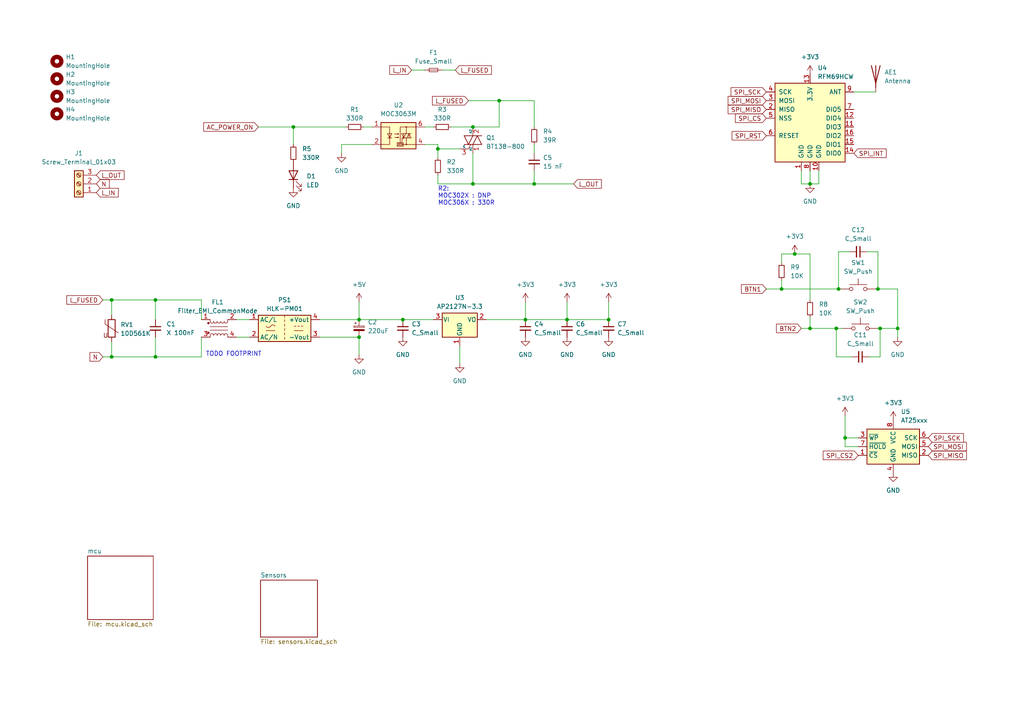
<source format=kicad_sch>
(kicad_sch (version 20230121) (generator eeschema)
  (paper "A4")
  (lib_symbols
    (symbol "Connector:Screw_Terminal_01x03" (pin_names (offset 1.016) hide)
      (property "Reference" "J" (at 0 5.08 0))
      (property "Value" "Screw_Terminal_01x03" (at 0 -5.08 0))
      (symbol "Screw_Terminal_01x03_1_1"
        (rectangle (start -1.27 3.81) (end 1.27 -3.81) (stroke (width 0.254)) (fill (type background)))
        (circle (center 0 -2.54) (radius 0.635) (stroke (width 0.1524)))
        (polyline (pts (xy -0.5334 -2.2098) (xy 0.3302 -3.048)) (stroke (width 0.1524)))
        (polyline (pts (xy -0.5334 0.3302) (xy 0.3302 -0.508)) (stroke (width 0.1524)))
        (polyline (pts (xy -0.5334 2.8702) (xy 0.3302 2.032)) (stroke (width 0.1524)))
        (polyline (pts (xy -0.3556 -2.032) (xy 0.508 -2.8702)) (stroke (width 0.1524)))
        (polyline (pts (xy -0.3556 0.508) (xy 0.508 -0.3302)) (stroke (width 0.1524)))
        (polyline (pts (xy -0.3556 3.048) (xy 0.508 2.2098)) (stroke (width 0.1524)))
        (circle (center 0 0) (radius 0.635) (stroke (width 0.1524)))
        (circle (center 0 2.54) (radius 0.635) (stroke (width 0.1524)))
        (pin passive line (at -5.08 2.54 0) (length 3.81) (name "Pin_1") (number "1"))
        (pin passive line (at -5.08 0 0) (length 3.81) (name "Pin_2") (number "2"))
        (pin passive line (at -5.08 -2.54 0) (length 3.81) (name "Pin_3") (number "3"))
      )
    )
    (symbol "Converter_ACDC:HLK-PM01"
      (property "Reference" "PS" (at 0 5.08 0))
      (property "Value" "HLK-PM01" (at 0 -5.08 0))
      (symbol "HLK-PM01_0_1"
        (rectangle (start -7.62 3.81) (end 7.62 -3.81) (stroke (width 0.254)) (fill (type background)))
        (arc (start -5.334 0.635) (mid -4.699 0.2495) (end -4.064 0.635))
        (arc (start -2.794 0.635) (mid -3.429 1.0072) (end -4.064 0.635))
        (polyline (pts (xy -5.334 -0.635) (xy -2.794 -0.635)))
        (polyline (pts (xy 0 -2.54) (xy 0 -3.175)))
        (polyline (pts (xy 0 -1.27) (xy 0 -1.905)))
        (polyline (pts (xy 0 0) (xy 0 -0.635)))
        (polyline (pts (xy 0 1.27) (xy 0 0.635)))
        (polyline (pts (xy 0 2.54) (xy 0 1.905)))
        (polyline (pts (xy 0 3.81) (xy 0 3.175)))
        (polyline (pts (xy 2.794 -0.635) (xy 5.334 -0.635)))
        (polyline (pts (xy 2.794 0.635) (xy 3.302 0.635)))
        (polyline (pts (xy 3.81 0.635) (xy 4.318 0.635)))
        (polyline (pts (xy 4.826 0.635) (xy 5.334 0.635)))
      )
      (symbol "HLK-PM01_1_1"
        (pin power_in line (at -10.16 2.54 0) (length 2.54) (name "AC/L") (number "1"))
        (pin power_in line (at -10.16 -2.54 0) (length 2.54) (name "AC/N") (number "2"))
        (pin power_out line (at 10.16 -2.54 180) (length 2.54) (name "-Vout") (number "3"))
        (pin power_out line (at 10.16 2.54 180) (length 2.54) (name "+Vout") (number "4"))
      )
    )
    (symbol "Device:Antenna" (pin_numbers hide) (pin_names (offset 1.016) hide)
      (property "Reference" "AE" (at -1.905 1.905 0))
      (property "Value" "Antenna" (at -1.905 0 0))
      (symbol "Antenna_0_1"
        (polyline (pts (xy 0 2.54) (xy 0 -3.81)) (stroke (width 0.254)))
        (polyline (pts (xy 1.27 2.54) (xy 0 -2.54) (xy -1.27 2.54)) (stroke (width 0.254)))
      )
      (symbol "Antenna_1_1"
        (pin input line (at 0 -5.08 90) (length 2.54) (name "A") (number "1"))
      )
    )
    (symbol "Device:C_Polarized_Small" (pin_numbers hide) (pin_names (offset 0.254) hide)
      (property "Reference" "C" (at 0.254 1.778 0))
      (property "Value" "C_Polarized_Small" (at 0.254 -2.032 0))
      (symbol "C_Polarized_Small_0_1"
        (rectangle (start -1.524 -0.3048) (end 1.524 -0.6858) (fill (type outline)))
        (rectangle (start -1.524 0.6858) (end 1.524 0.3048))
        (polyline (pts (xy -1.27 1.524) (xy -0.762 1.524)))
        (polyline (pts (xy -1.016 1.27) (xy -1.016 1.778)))
      )
      (symbol "C_Polarized_Small_1_1"
        (pin passive line (at 0 2.54 270) (length 1.8542) (name "~") (number "1"))
        (pin passive line (at 0 -2.54 90) (length 1.8542) (name "~") (number "2"))
      )
    )
    (symbol "Device:C_Small" (pin_numbers hide) (pin_names (offset 0.254) hide)
      (property "Reference" "C" (at 0.254 1.778 0))
      (property "Value" "C_Small" (at 0.254 -2.032 0))
      (symbol "C_Small_0_1"
        (polyline (pts (xy -1.524 -0.508) (xy 1.524 -0.508)) (stroke (width 0.3302)))
        (polyline (pts (xy -1.524 0.508) (xy 1.524 0.508)) (stroke (width 0.3048)))
      )
      (symbol "C_Small_1_1"
        (pin passive line (at 0 2.54 270) (length 2.032) (name "~") (number "1"))
        (pin passive line (at 0 -2.54 90) (length 2.032) (name "~") (number "2"))
      )
    )
    (symbol "Device:Filter_EMI_CommonMode" (pin_names (offset 0.254) hide)
      (property "Reference" "FL" (at 0 4.445 0))
      (property "Value" "Filter_EMI_CommonMode" (at 0 -4.445 0))
      (symbol "Filter_EMI_CommonMode_0_1"
        (circle (center -3.048 -1.27) (radius 0.254) (fill (type outline)))
        (circle (center -3.048 1.524) (radius 0.254) (fill (type outline)))
        (arc (start -2.54 2.032) (mid -2.032 1.5262) (end -1.524 2.032))
        (arc (start -1.524 -2.032) (mid -2.032 -1.5262) (end -2.54 -2.032))
        (arc (start -1.524 2.032) (mid -1.016 1.5262) (end -0.508 2.032))
        (arc (start -0.508 -2.032) (mid -1.016 -1.5262) (end -1.524 -2.032))
        (arc (start -0.508 2.032) (mid 0 1.5262) (end 0.508 2.032))
        (polyline (pts (xy -2.54 -2.032) (xy -2.54 -2.54)))
        (polyline (pts (xy -2.54 0.508) (xy 2.54 0.508)))
        (polyline (pts (xy -2.54 2.032) (xy -2.54 2.54)))
        (polyline (pts (xy 2.54 -2.032) (xy 2.54 -2.54)))
        (polyline (pts (xy 2.54 -0.508) (xy -2.54 -0.508)))
        (polyline (pts (xy 2.54 2.54) (xy 2.54 2.032)))
        (arc (start 0.508 -2.032) (mid 0 -1.5262) (end -0.508 -2.032))
        (arc (start 0.508 2.032) (mid 1.016 1.5262) (end 1.524 2.032))
        (arc (start 1.524 -2.032) (mid 1.016 -1.5262) (end 0.508 -2.032))
        (arc (start 1.524 2.032) (mid 2.032 1.5262) (end 2.54 2.032))
        (arc (start 2.54 -2.032) (mid 2.032 -1.5262) (end 1.524 -2.032))
      )
      (symbol "Filter_EMI_CommonMode_1_1"
        (pin passive line (at -5.08 2.54 0) (length 2.54) (name "1") (number "1"))
        (pin passive line (at 5.08 2.54 180) (length 2.54) (name "2") (number "2"))
        (pin passive line (at -5.08 -2.54 0) (length 2.54) (name "3") (number "3"))
        (pin passive line (at 5.08 -2.54 180) (length 2.54) (name "4") (number "4"))
      )
    )
    (symbol "Device:Fuse_Small" (pin_numbers hide) (pin_names (offset 0.254) hide)
      (property "Reference" "F" (at 0 -1.524 0))
      (property "Value" "Fuse_Small" (at 0 1.524 0))
      (symbol "Fuse_Small_0_1"
        (rectangle (start -1.27 0.508) (end 1.27 -0.508))
        (polyline (pts (xy -1.27 0) (xy 1.27 0)))
      )
      (symbol "Fuse_Small_1_1"
        (pin passive line (at -2.54 0 0) (length 1.27) (name "~") (number "1"))
        (pin passive line (at 2.54 0 180) (length 1.27) (name "~") (number "2"))
      )
    )
    (symbol "Device:LED" (pin_numbers hide) (pin_names (offset 1.016) hide)
      (property "Reference" "D" (at 0 2.54 0))
      (property "Value" "LED" (at 0 -2.54 0))
      (symbol "LED_0_1"
        (polyline (pts (xy -1.27 -1.27) (xy -1.27 1.27)) (stroke (width 0.254)))
        (polyline (pts (xy -1.27 0) (xy 1.27 0)))
        (polyline (pts (xy 1.27 -1.27) (xy 1.27 1.27) (xy -1.27 0) (xy 1.27 -1.27)) (stroke (width 0.254)))
        (polyline (pts (xy -3.048 -0.762) (xy -4.572 -2.286) (xy -3.81 -2.286) (xy -4.572 -2.286) (xy -4.572 -1.524)))
        (polyline (pts (xy -1.778 -0.762) (xy -3.302 -2.286) (xy -2.54 -2.286) (xy -3.302 -2.286) (xy -3.302 -1.524)))
      )
      (symbol "LED_1_1"
        (pin passive line (at -3.81 0 0) (length 2.54) (name "K") (number "1"))
        (pin passive line (at 3.81 0 180) (length 2.54) (name "A") (number "2"))
      )
    )
    (symbol "Device:R_Small" (pin_numbers hide) (pin_names (offset 0.254) hide)
      (property "Reference" "R" (at 0.762 0.508 0))
      (property "Value" "R_Small" (at 0.762 -1.016 0))
      (symbol "R_Small_0_1"
        (rectangle (start -0.762 1.778) (end 0.762 -1.778) (stroke (width 0.2032)))
      )
      (symbol "R_Small_1_1"
        (pin passive line (at 0 2.54 270) (length 0.762) (name "~") (number "1"))
        (pin passive line (at 0 -2.54 90) (length 0.762) (name "~") (number "2"))
      )
    )
    (symbol "Device:Varistor" (pin_numbers hide) (pin_names (offset 0))
      (property "Reference" "RV" (at 3.175 0 90))
      (property "Value" "Varistor" (at -3.175 0 90))
      (symbol "Varistor_0_0"
        (text "U" (at -1.778 -2.032 0) (effects (font (size 1.27 1.27))))
      )
      (symbol "Varistor_0_1"
        (rectangle (start -1.016 -2.54) (end 1.016 2.54) (stroke (width 0.254)))
        (polyline (pts (xy -1.905 2.54) (xy -1.905 1.27) (xy 1.905 -1.27)))
      )
      (symbol "Varistor_1_1"
        (pin passive line (at 0 3.81 270) (length 1.27) (name "~") (number "1"))
        (pin passive line (at 0 -3.81 90) (length 1.27) (name "~") (number "2"))
      )
    )
    (symbol "Mechanical:MountingHole" (pin_names (offset 1.016))
      (property "Reference" "H" (at 0 5.08 0))
      (property "Value" "MountingHole" (at 0 3.175 0))
      (symbol "MountingHole_0_1"
        (circle (center 0 0) (radius 1.27) (stroke (width 1.27)))
      )
    )
    (symbol "Memory_EEPROM:AT25xxx"
      (property "Reference" "U" (at -7.62 6.35 0))
      (property "Value" "AT25xxx" (at 2.54 -6.35 0))
      (symbol "AT25xxx_1_1"
        (rectangle (start -7.62 5.08) (end 7.62 -5.08) (stroke (width 0.254)) (fill (type background)))
        (pin input line (at -10.16 -2.54 0) (length 2.54) (name "~{CS}") (number "1"))
        (pin tri_state line (at 10.16 -2.54 180) (length 2.54) (name "MISO") (number "2"))
        (pin input line (at -10.16 2.54 0) (length 2.54) (name "~{WP}") (number "3"))
        (pin power_in line (at 0 -7.62 90) (length 2.54) (name "GND") (number "4"))
        (pin input line (at 10.16 0 180) (length 2.54) (name "MOSI") (number "5"))
        (pin input line (at 10.16 2.54 180) (length 2.54) (name "SCK") (number "6"))
        (pin input line (at -10.16 0 0) (length 2.54) (name "~{HOLD}") (number "7"))
        (pin power_in line (at 0 7.62 270) (length 2.54) (name "VCC") (number "8"))
      )
    )
    (symbol "RF_Module:RFM69HCW" (pin_names (offset 1.016))
      (property "Reference" "U" (at -10.414 11.684 0))
      (property "Value" "RFM69HCW" (at 1.524 11.43 0))
      (symbol "RFM69HCW_0_1"
        (rectangle (start -10.16 10.16) (end 10.16 -12.7) (stroke (width 0.254)) (fill (type background)))
      )
      (symbol "RFM69HCW_1_1"
        (pin power_in line (at -2.54 -15.24 90) (length 2.54) (name "GND") (number "1"))
        (pin power_in line (at 2.54 -15.24 90) (length 2.54) (name "GND") (number "10"))
        (pin bidirectional line (at 12.7 -2.54 180) (length 2.54) (name "DIO3") (number "11"))
        (pin bidirectional line (at 12.7 0 180) (length 2.54) (name "DIO4") (number "12"))
        (pin power_in line (at 0 12.7 270) (length 2.54) (name "3.3V") (number "13"))
        (pin bidirectional line (at 12.7 -10.16 180) (length 2.54) (name "DIO0") (number "14"))
        (pin bidirectional line (at 12.7 -7.62 180) (length 2.54) (name "DIO1") (number "15"))
        (pin bidirectional line (at 12.7 -5.08 180) (length 2.54) (name "DIO2") (number "16"))
        (pin output line (at -12.7 2.54 0) (length 2.54) (name "MISO") (number "2"))
        (pin input line (at -12.7 5.08 0) (length 2.54) (name "MOSI") (number "3"))
        (pin input line (at -12.7 7.62 0) (length 2.54) (name "SCK") (number "4"))
        (pin input line (at -12.7 0 0) (length 2.54) (name "NSS") (number "5"))
        (pin bidirectional line (at -12.7 -5.08 0) (length 2.54) (name "RESET") (number "6"))
        (pin bidirectional line (at 12.7 2.54 180) (length 2.54) (name "DIO5") (number "7"))
        (pin power_in line (at 0 -15.24 90) (length 2.54) (name "GND") (number "8"))
        (pin bidirectional line (at 12.7 7.62 180) (length 2.54) (name "ANT") (number "9"))
      )
    )
    (symbol "Regulator_Linear:AP2127N-3.3" (pin_names (offset 0.254))
      (property "Reference" "U" (at -3.81 3.175 0))
      (property "Value" "AP2127N-3.3" (at 0 3.175 0))
      (symbol "AP2127N-3.3_0_1"
        (rectangle (start -5.08 1.905) (end 5.08 -5.08) (stroke (width 0.254)) (fill (type background)))
      )
      (symbol "AP2127N-3.3_1_1"
        (pin power_in line (at 0 -7.62 90) (length 2.54) (name "GND") (number "1"))
        (pin power_out line (at 7.62 0 180) (length 2.54) (name "VO") (number "2"))
        (pin power_in line (at -7.62 0 0) (length 2.54) (name "VI") (number "3"))
      )
    )
    (symbol "Relay_SolidState:MOC3063M"
      (property "Reference" "U" (at -5.08 5.08 0))
      (property "Value" "MOC3063M" (at 0 5.08 0))
      (symbol "MOC3063M_0_0"
        (rectangle (start -0.381 -2.032) (end 1.397 -3.048))
        (polyline (pts (xy 2.286 -2.54) (xy 1.397 -2.54)))
        (polyline (pts (xy 1.524 -0.635) (xy 1.016 -1.016) (xy 1.016 -2.032)))
        (text "ZCD" (at 0.508 -2.54 0) (effects (font (size 0.508 0.508))))
      )
      (symbol "MOC3063M_0_1"
        (rectangle (start -5.08 3.81) (end 5.08 -3.81) (stroke (width 0.254)) (fill (type background)))
        (polyline (pts (xy -3.175 -0.635) (xy -1.905 -0.635)))
        (polyline (pts (xy 1.524 -0.635) (xy 1.524 0.635)))
        (polyline (pts (xy 3.048 0.635) (xy 3.048 -0.635)))
        (polyline (pts (xy 2.286 -0.635) (xy 2.286 -2.54) (xy 5.08 -2.54)))
        (polyline (pts (xy 2.286 0.635) (xy 2.286 2.54) (xy 5.08 2.54)))
        (polyline (pts (xy 2.286 2.54) (xy 0.508 2.54) (xy 0.508 -2.032)))
        (polyline (pts (xy -5.08 2.54) (xy -2.54 2.54) (xy -2.54 -2.54) (xy -5.08 -2.54)))
        (polyline (pts (xy -2.54 -0.635) (xy -3.175 0.635) (xy -1.905 0.635) (xy -2.54 -0.635)))
        (polyline (pts (xy 0.889 -0.635) (xy 3.683 -0.635) (xy 3.048 0.635) (xy 2.413 -0.635)))
        (polyline (pts (xy 3.683 0.635) (xy 0.889 0.635) (xy 1.524 -0.635) (xy 2.159 0.635)))
        (polyline (pts (xy -1.143 -0.508) (xy 0.127 -0.508) (xy -0.254 -0.635) (xy -0.254 -0.381) (xy 0.127 -0.508)))
        (polyline (pts (xy -1.143 0.508) (xy 0.127 0.508) (xy -0.254 0.381) (xy -0.254 0.635) (xy 0.127 0.508)))
        (circle (center 2.286 -2.54) (radius 0.127))
        (circle (center 2.286 2.54) (radius 0.127))
      )
      (symbol "MOC3063M_1_1"
        (pin passive line (at -7.62 2.54 0) (length 2.54) (name "~") (number "1"))
        (pin passive line (at -7.62 -2.54 0) (length 2.54) (name "~") (number "2"))
        (pin no_connect line (at -5.08 0 0) (length 2.54) hide (name "NC") (number "3"))
        (pin passive line (at 7.62 -2.54 180) (length 2.54) (name "~") (number "4"))
        (pin no_connect line (at 5.08 0 180) (length 2.54) hide (name "NC") (number "5"))
        (pin passive line (at 7.62 2.54 180) (length 2.54) (name "~") (number "6"))
      )
    )
    (symbol "Switch:SW_Push" (pin_numbers hide) (pin_names (offset 1.016) hide)
      (property "Reference" "SW" (at 1.27 2.54 0))
      (property "Value" "SW_Push" (at 0 -1.524 0))
      (symbol "SW_Push_0_1"
        (circle (center -2.032 0) (radius 0.508))
        (polyline (pts (xy 0 1.27) (xy 0 3.048)))
        (polyline (pts (xy 2.54 1.27) (xy -2.54 1.27)))
        (circle (center 2.032 0) (radius 0.508))
        (pin passive line (at -5.08 0 0) (length 2.54) (name "1") (number "1"))
        (pin passive line (at 5.08 0 180) (length 2.54) (name "2") (number "2"))
      )
    )
    (symbol "Triac_Thyristor:BT138-800" (pin_names (offset 0))
      (property "Reference" "Q" (at 5.08 1.905 0))
      (property "Value" "BT138-800" (at 5.08 0 0))
      (symbol "BT138-800_0_1"
        (polyline (pts (xy -2.54 -1.27) (xy 2.54 -1.27)) (stroke (width 0.2032)))
        (polyline (pts (xy -2.54 1.27) (xy 2.54 1.27)) (stroke (width 0.2032)))
        (polyline (pts (xy -1.27 -2.54) (xy -0.635 -1.27)))
        (polyline (pts (xy -2.54 1.27) (xy -1.27 -1.27) (xy 0 1.27)) (stroke (width 0.2032)))
        (polyline (pts (xy 0 -1.27) (xy 1.27 1.27) (xy 2.54 -1.27)) (stroke (width 0.2032)))
      )
      (symbol "BT138-800_1_1"
        (pin passive line (at 0 -3.81 90) (length 2.54) (name "A1") (number "1"))
        (pin passive line (at 0 3.81 270) (length 2.54) (name "A2") (number "2"))
        (pin input line (at -3.81 -2.54 0) (length 2.54) (name "G") (number "3"))
      )
    )
    (symbol "power:+3V3" (power) (pin_names (offset 0))
      (property "Value" "+3V3" (at 0 3.556 0))
      (symbol "+3V3_0_1"
        (polyline (pts (xy -0.762 1.27) (xy 0 2.54)))
        (polyline (pts (xy 0 0) (xy 0 2.54)))
        (polyline (pts (xy 0 2.54) (xy 0.762 1.27)))
      )
      (symbol "+3V3_1_1"
        (pin power_in line (at 0 0 90) (length 0) hide (name "+3V3") (number "1"))
      )
    )
    (symbol "power:+5V" (power) (pin_names (offset 0))
      (property "Value" "+5V" (at 0 3.556 0))
      (symbol "+5V_0_1"
        (polyline (pts (xy -0.762 1.27) (xy 0 2.54)))
        (polyline (pts (xy 0 0) (xy 0 2.54)))
        (polyline (pts (xy 0 2.54) (xy 0.762 1.27)))
      )
      (symbol "+5V_1_1"
        (pin power_in line (at 0 0 90) (length 0) hide (name "+5V") (number "1"))
      )
    )
    (symbol "power:GND" (power) (pin_names (offset 0))
      (property "Value" "GND" (at 0 -3.81 0))
      (symbol "GND_0_1"
        (polyline (pts (xy 0 0) (xy 0 -1.27) (xy 1.27 -1.27) (xy 0 -2.54) (xy -1.27 -1.27) (xy 0 -1.27)))
      )
      (symbol "GND_1_1"
        (pin power_in line (at 0 0 270) (length 0) hide (name "GND") (number "1"))
      )
    )
  )
  (junction (at 116.84 92.71))
  (junction (at 176.53 92.71))
  (junction (at 137.16 53.34))
  (junction (at 234.95 95.25))
  (junction (at 32.385 103.505))
  (junction (at 242.57 95.25))
  (junction (at 144.78 29.21))
  (junction (at 245.11 127))
  (junction (at 104.14 97.79))
  (junction (at 152.4 92.71))
  (junction (at 137.16 36.83))
  (junction (at 243.205 83.82))
  (junction (at 255.27 95.25))
  (junction (at 154.94 53.34))
  (junction (at 164.465 92.71))
  (junction (at 32.385 86.995))
  (junction (at 230.505 73.66))
  (junction (at 85.09 36.83))
  (junction (at 260.35 95.25))
  (junction (at 45.085 86.995))
  (junction (at 104.14 92.71))
  (junction (at 127 43.18))
  (junction (at 234.95 53.34))
  (junction (at 226.695 83.82))
  (junction (at 254.635 83.82))
  (junction (at 45.085 103.505))
  (wire (pts (xy 226.695 73.66) (xy 230.505 73.66)))
  (wire (pts (xy 133.35 100.33) (xy 133.35 105.41)))
  (wire (pts (xy 237.49 49.53) (xy 237.49 53.34)))
  (wire (pts (xy 232.41 53.34) (xy 232.41 49.53)))
  (wire (pts (xy 74.93 36.83) (xy 85.09 36.83)))
  (wire (pts (xy 105.41 36.83) (xy 107.95 36.83)))
  (wire (pts (xy 152.4 87.63) (xy 152.4 92.71)))
  (wire (pts (xy 32.385 86.995) (xy 32.385 91.44)))
  (wire (pts (xy 234.95 53.34) (xy 232.41 53.34)))
  (wire (pts (xy 154.94 36.83) (xy 154.94 29.21)))
  (wire (pts (xy 68.58 92.71) (xy 72.39 92.71)))
  (wire (pts (xy 135.89 29.21) (xy 144.78 29.21)))
  (wire (pts (xy 58.42 103.505) (xy 58.42 97.79)))
  (wire (pts (xy 32.385 99.06) (xy 32.385 103.505)))
  (wire (pts (xy 234.95 92.075) (xy 234.95 95.25)))
  (wire (pts (xy 230.505 73.66) (xy 234.95 73.66)))
  (wire (pts (xy 85.09 36.83) (xy 100.33 36.83)))
  (wire (pts (xy 154.94 29.21) (xy 144.78 29.21)))
  (wire (pts (xy 247.015 103.505) (xy 242.57 103.505)))
  (wire (pts (xy 154.94 53.34) (xy 166.37 53.34)))
  (wire (pts (xy 234.95 49.53) (xy 234.95 53.34)))
  (wire (pts (xy 99.06 41.91) (xy 99.06 44.45)))
  (wire (pts (xy 226.695 83.82) (xy 243.205 83.82)))
  (wire (pts (xy 260.35 95.25) (xy 260.35 97.79)))
  (wire (pts (xy 104.14 92.71) (xy 116.84 92.71)))
  (wire (pts (xy 58.42 92.71) (xy 58.42 86.995)))
  (wire (pts (xy 154.94 49.53) (xy 154.94 53.34)))
  (wire (pts (xy 104.14 97.79) (xy 104.14 102.87)))
  (wire (pts (xy 140.97 92.71) (xy 152.4 92.71)))
  (wire (pts (xy 242.57 103.505) (xy 242.57 95.25)))
  (wire (pts (xy 116.84 92.71) (xy 125.73 92.71)))
  (wire (pts (xy 127 43.18) (xy 133.35 43.18)))
  (wire (pts (xy 32.385 103.505) (xy 45.085 103.505)))
  (wire (pts (xy 107.95 41.91) (xy 99.06 41.91)))
  (wire (pts (xy 123.19 41.91) (xy 127 41.91)))
  (wire (pts (xy 137.16 36.83) (xy 144.78 36.83)))
  (wire (pts (xy 128.27 20.32) (xy 132.08 20.32)))
  (wire (pts (xy 92.71 92.71) (xy 104.14 92.71)))
  (wire (pts (xy 92.71 97.79) (xy 104.14 97.79)))
  (wire (pts (xy 254.635 95.25) (xy 255.27 95.25)))
  (wire (pts (xy 176.53 87.63) (xy 176.53 92.71)))
  (wire (pts (xy 254 83.82) (xy 254.635 83.82)))
  (wire (pts (xy 45.085 97.79) (xy 45.085 103.505)))
  (wire (pts (xy 222.25 83.82) (xy 226.695 83.82)))
  (wire (pts (xy 245.11 129.54) (xy 245.11 127)))
  (wire (pts (xy 245.11 120.65) (xy 245.11 127)))
  (wire (pts (xy 153.035 92.71) (xy 164.465 92.71)))
  (wire (pts (xy 260.35 83.82) (xy 260.35 95.25)))
  (wire (pts (xy 226.695 76.2) (xy 226.695 73.66)))
  (wire (pts (xy 232.41 95.25) (xy 234.95 95.25)))
  (wire (pts (xy 144.78 36.83) (xy 144.78 29.21)))
  (wire (pts (xy 247.65 26.67) (xy 254 26.67)))
  (wire (pts (xy 127 41.91) (xy 127 43.18)))
  (wire (pts (xy 123.19 36.83) (xy 125.73 36.83)))
  (wire (pts (xy 226.695 81.28) (xy 226.695 83.82)))
  (wire (pts (xy 45.085 86.995) (xy 58.42 86.995)))
  (wire (pts (xy 245.11 127) (xy 248.92 127)))
  (wire (pts (xy 85.09 36.83) (xy 85.09 41.91)))
  (wire (pts (xy 251.46 73.025) (xy 254.635 73.025)))
  (wire (pts (xy 164.465 92.71) (xy 176.53 92.71)))
  (wire (pts (xy 243.205 73.025) (xy 243.205 83.82)))
  (wire (pts (xy 127 53.34) (xy 137.16 53.34)))
  (wire (pts (xy 164.465 87.63) (xy 164.465 92.71)))
  (wire (pts (xy 234.95 95.25) (xy 242.57 95.25)))
  (wire (pts (xy 243.205 83.82) (xy 243.84 83.82)))
  (wire (pts (xy 68.58 97.79) (xy 72.39 97.79)))
  (wire (pts (xy 248.92 129.54) (xy 245.11 129.54)))
  (wire (pts (xy 104.14 87.63) (xy 104.14 92.71)))
  (wire (pts (xy 32.385 86.995) (xy 45.085 86.995)))
  (wire (pts (xy 137.16 53.34) (xy 154.94 53.34)))
  (wire (pts (xy 252.095 103.505) (xy 255.27 103.505)))
  (wire (pts (xy 119.38 20.32) (xy 123.19 20.32)))
  (wire (pts (xy 254.635 83.82) (xy 260.35 83.82)))
  (wire (pts (xy 29.845 86.995) (xy 32.385 86.995)))
  (wire (pts (xy 137.16 53.34) (xy 137.16 44.45)))
  (wire (pts (xy 254.635 73.025) (xy 254.635 83.82)))
  (wire (pts (xy 130.81 36.83) (xy 137.16 36.83)))
  (wire (pts (xy 234.95 73.66) (xy 234.95 86.995)))
  (wire (pts (xy 255.27 95.25) (xy 255.27 103.505)))
  (wire (pts (xy 255.27 95.25) (xy 260.35 95.25)))
  (wire (pts (xy 242.57 95.25) (xy 244.475 95.25)))
  (wire (pts (xy 29.845 103.505) (xy 32.385 103.505)))
  (wire (pts (xy 154.94 41.91) (xy 154.94 44.45)))
  (wire (pts (xy 127 43.18) (xy 127 45.72)))
  (wire (pts (xy 45.085 103.505) (xy 58.42 103.505)))
  (wire (pts (xy 237.49 53.34) (xy 234.95 53.34)))
  (wire (pts (xy 45.085 86.995) (xy 45.085 92.71)))
  (wire (pts (xy 127 50.8) (xy 127 53.34)))
  (wire (pts (xy 246.38 73.025) (xy 243.205 73.025)))
  (text "R2: \nMOC302X : DNP\nMOC306X : 330R" (at 127 59.69 0) (effects (font (size 1.27 1.27)) (justify left bottom)))
  (text "TODO FOOTPRINT\n" (at 59.69 103.505 0) (effects (font (size 1.27 1.27)) (justify left bottom)))
  (global_label "L_OUT" (shape input) (at 27.94 50.8 0) (property "Intersheetrefs" "${INTERSHEET_REFS}" (effects hide)))
  (global_label "SPI_MISO" (shape input) (at 269.24 132.08 0) (property "Intersheetrefs" "${INTERSHEET_REFS}" (effects hide)))
  (global_label "L_IN" (shape input) (at 119.38 20.32 180) (property "Intersheetrefs" "${INTERSHEET_REFS}" (effects hide)))
  (global_label "L_FUSED" (shape input) (at 29.845 86.995 180) (property "Intersheetrefs" "${INTERSHEET_REFS}" (effects hide)))
  (global_label "SPI_INT" (shape input) (at 247.65 44.45 0) (property "Intersheetrefs" "${INTERSHEET_REFS}" (effects hide)))
  (global_label "SPI_CS" (shape input) (at 222.25 34.29 180) (property "Intersheetrefs" "${INTERSHEET_REFS}" (effects hide)))
  (global_label "L_FUSED" (shape input) (at 132.08 20.32 0) (property "Intersheetrefs" "${INTERSHEET_REFS}" (effects hide)))
  (global_label "SPI_SCK" (shape input) (at 222.25 26.67 180) (property "Intersheetrefs" "${INTERSHEET_REFS}" (effects hide)))
  (global_label "SPI_CS2" (shape input) (at 248.92 132.08 180) (property "Intersheetrefs" "${INTERSHEET_REFS}" (effects hide)))
  (global_label "SPI_SCK" (shape input) (at 269.24 127 0) (property "Intersheetrefs" "${INTERSHEET_REFS}" (effects hide)))
  (global_label "SPI_RST" (shape input) (at 222.25 39.37 180) (property "Intersheetrefs" "${INTERSHEET_REFS}" (effects hide)))
  (global_label "AC_POWER_ON" (shape input) (at 74.93 36.83 180) (property "Intersheetrefs" "${INTERSHEET_REFS}" (effects hide)))
  (global_label "L_OUT" (shape input) (at 166.37 53.34 0) (property "Intersheetrefs" "${INTERSHEET_REFS}" (effects hide)))
  (global_label "SPI_MOSI" (shape input) (at 269.24 129.54 0) (property "Intersheetrefs" "${INTERSHEET_REFS}" (effects hide)))
  (global_label "L_IN" (shape input) (at 27.94 55.88 0) (property "Intersheetrefs" "${INTERSHEET_REFS}" (effects hide)))
  (global_label "BTN1" (shape input) (at 222.25 83.82 180) (property "Intersheetrefs" "${INTERSHEET_REFS}" (effects hide)))
  (global_label "SPI_MOSI" (shape input) (at 222.25 29.21 180) (property "Intersheetrefs" "${INTERSHEET_REFS}" (effects hide)))
  (global_label "N" (shape input) (at 29.845 103.505 180) (property "Intersheetrefs" "${INTERSHEET_REFS}" (effects hide)))
  (global_label "L_FUSED" (shape input) (at 135.89 29.21 180) (property "Intersheetrefs" "${INTERSHEET_REFS}" (effects hide)))
  (global_label "N" (shape input) (at 27.94 53.34 0) (property "Intersheetrefs" "${INTERSHEET_REFS}" (effects hide)))
  (global_label "BTN2" (shape input) (at 232.41 95.25 180) (property "Intersheetrefs" "${INTERSHEET_REFS}" (effects hide)))
  (global_label "SPI_MISO" (shape input) (at 222.25 31.75 180) (property "Intersheetrefs" "${INTERSHEET_REFS}" (effects hide)))
  (symbol (lib_id "Device:C_Small") (at 176.53 95.25 0) (unit 1)
    (property "Reference" "C7" (at 179.07 93.9863 0) (effects (justify left)))
    (property "Value" "C_Small" (at 179.07 96.5263 0) (effects (justify left)))
    (property "Footprint" "Capacitor_SMD:C_0805_2012Metric" (effects hide))
  )
  (symbol (lib_id "power:GND") (at 133.35 105.41 0) (unit 1)
    (property "Reference" "#PWR05" (effects hide))
    (property "Value" "GND" (at 133.35 110.49 0))
  )
  (symbol (lib_id "power:GND") (at 164.465 97.79 0) (unit 1)
    (property "Reference" "#PWR014" (effects hide))
    (property "Value" "GND" (at 164.465 102.87 0))
  )
  (symbol (lib_id "Switch:SW_Push") (at 249.555 95.25 0) (mirror y) (unit 1)
    (property "Reference" "SW2" (at 249.555 87.63 0))
    (property "Value" "SW_Push" (at 249.555 90.17 0))
    (property "Footprint" "AvS_Button:TS-1187" (effects hide))
  )
  (symbol (lib_id "Device:Varistor") (at 32.385 95.25 0) (unit 1)
    (property "Reference" "RV1" (at 34.925 94.1733 0) (effects (justify left)))
    (property "Value" "10D561K" (at 34.925 96.7133 0) (effects (justify left)))
    (property "Footprint" "Varistor:RV_Disc_D12mm_W4.6mm_P7.5mm" (effects hide))
    (property "Sim.Name" "kicad_builtin_varistor" (effects hide))
    (property "Sim.Device" "SUBCKT" (effects hide))
    (property "Sim.Pins" "1=A 2=B" (effects hide))
    (property "Sim.Params" "threshold=1k" (effects hide))
    (property "Sim.Library" "${KICAD7_SYMBOL_DIR}/Simulation_SPICE.sp" (effects hide))
  )
  (symbol (lib_id "Device:R_Small") (at 234.95 89.535 0) (unit 1)
    (property "Reference" "R8" (at 237.49 88.265 0) (effects (justify left)))
    (property "Value" "10K" (at 237.49 90.805 0) (effects (justify left)))
    (property "Footprint" "Resistor_SMD:R_0805_2012Metric" (effects hide))
  )
  (symbol (lib_id "power:+5V") (at 104.14 87.63 0) (unit 1)
    (property "Reference" "#PWR02" (effects hide))
    (property "Value" "+5V" (at 104.14 82.55 0))
  )
  (symbol (lib_id "Device:C_Small") (at 152.4 95.25 0) (unit 1)
    (property "Reference" "C4" (at 154.94 93.9863 0) (effects (justify left)))
    (property "Value" "C_Small" (at 154.94 96.5263 0) (effects (justify left)))
    (property "Footprint" "Capacitor_SMD:C_0805_2012Metric" (effects hide))
  )
  (symbol (lib_id "power:+3V3") (at 230.505 73.66 0) (unit 1)
    (property "Reference" "#PWR030" (effects hide))
    (property "Value" "+3V3" (at 230.505 68.58 0))
  )
  (symbol (lib_id "Device:R_Small") (at 154.94 39.37 180) (unit 1)
    (property "Reference" "R4" (at 157.48 38.1 0) (effects (justify right)))
    (property "Value" "39R" (at 157.48 40.64 0) (effects (justify right)))
    (property "Footprint" "Resistor_THT:R_Axial_DIN0207_L6.3mm_D2.5mm_P10.16mm_Horizontal" (effects hide))
  )
  (symbol (lib_id "power:GND") (at 234.95 53.34 0) (unit 1)
    (property "Reference" "#PWR011" (effects hide))
    (property "Value" "GND" (at 234.95 58.42 0))
  )
  (symbol (lib_id "Device:LED") (at 85.09 50.8 90) (unit 1)
    (property "Reference" "D1" (at 88.9 51.1175 90) (effects (justify right)))
    (property "Value" "LED" (at 88.9 53.6575 90) (effects (justify right)))
    (property "Footprint" "LED_SMD:LED_0805_2012Metric" (effects hide))
  )
  (symbol (lib_id "power:GND") (at 104.14 102.87 0) (unit 1)
    (property "Reference" "#PWR03" (effects hide))
    (property "Value" "GND" (at 104.14 107.95 0))
  )
  (symbol (lib_id "power:GND") (at 99.06 44.45 0) (unit 1)
    (property "Reference" "#PWR01" (effects hide))
    (property "Value" "GND" (at 99.06 49.53 0))
  )
  (symbol (lib_id "Device:C_Small") (at 45.085 95.25 0) (unit 1)
    (property "Reference" "C1" (at 48.26 93.9863 0) (effects (justify left)))
    (property "Value" "X 100nF" (at 48.26 96.5263 0) (effects (justify left)))
    (property "Footprint" "Capacitor_THT:C_Rect_L13.0mm_W6.0mm_P10.00mm_FKS3_FKP3_MKS4" (effects hide))
  )
  (symbol (lib_id "Device:Antenna") (at 254 21.59 0) (unit 1)
    (property "Reference" "AE1" (at 256.54 20.955 0) (effects (justify left)))
    (property "Value" "Antenna" (at 256.54 23.495 0) (effects (justify left)))
    (property "Footprint" "TestPoint:TestPoint_THTPad_D2.0mm_Drill1.0mm" (effects hide))
  )
  (symbol (lib_id "Converter_ACDC:HLK-PM01") (at 82.55 95.25 0) (unit 1)
    (property "Reference" "PS1" (at 82.55 86.995 0))
    (property "Value" "HLK-PM01" (at 82.55 89.535 0))
    (property "Footprint" "AvS_ACDC:Converter_ACDC_CombinedFootprint" (effects hide))
    (property "Datasheet" "http://www.hlktech.net/product_detail.php?ProId=54" (effects hide))
  )
  (symbol (lib_id "power:GND") (at 152.4 97.79 0) (unit 1)
    (property "Reference" "#PWR07" (effects hide))
    (property "Value" "GND" (at 152.4 102.87 0))
  )
  (symbol (lib_id "power:GND") (at 176.53 97.79 0) (unit 1)
    (property "Reference" "#PWR016" (effects hide))
    (property "Value" "GND" (at 176.53 102.87 0))
  )
  (symbol (lib_id "RF_Module:RFM69HCW") (at 234.95 34.29 0) (unit 1)
    (property "Reference" "U4" (at 237.1441 19.685 0) (effects (justify left)))
    (property "Value" "RFM69HCW" (at 237.1441 22.225 0) (effects (justify left)))
    (property "Footprint" "RF_Module:HOPERF_RFM9XW_SMD" (effects hide))
    (property "Datasheet" "https://www.hoperf.com/data/upload/portal/20181127/5bfcb8284d838.pdf" (effects hide))
  )
  (symbol (lib_id "power:+3V3") (at 176.53 87.63 0) (unit 1)
    (property "Reference" "#PWR015" (effects hide))
    (property "Value" "+3V3" (at 176.53 82.55 0))
  )
  (symbol (lib_id "Device:R_Small") (at 102.87 36.83 90) (unit 1)
    (property "Reference" "R1" (at 102.87 31.75 90))
    (property "Value" "330R" (at 102.87 34.29 90))
    (property "Footprint" "Resistor_SMD:R_0805_2012Metric" (effects hide))
  )
  (symbol (lib_id "Connector:Screw_Terminal_01x03") (at 22.86 53.34 180) (unit 1)
    (property "Reference" "J1" (at 22.86 44.45 0))
    (property "Value" "Screw_Terminal_01x03" (at 22.86 46.99 0))
    (property "Footprint" "TerminalBlock:TerminalBlock_bornier-3_P5.08mm" (effects hide))
  )
  (symbol (lib_id "Device:R_Small") (at 226.695 78.74 0) (unit 1)
    (property "Reference" "R9" (at 229.235 77.47 0) (effects (justify left)))
    (property "Value" "10K" (at 229.235 80.01 0) (effects (justify left)))
    (property "Footprint" "Resistor_SMD:R_0805_2012Metric" (effects hide))
  )
  (symbol (lib_id "Relay_SolidState:MOC3063M") (at 115.57 39.37 0) (unit 1)
    (property "Reference" "U2" (at 115.57 30.48 0))
    (property "Value" "MOC3063M" (at 115.57 33.02 0))
    (property "Footprint" "Package_DIP:DIP-6_W7.62mm_Socket" (effects hide))
    (property "Datasheet" "https://www.onsemi.com/pub/Collateral/MOC3163M-D.pdf" (effects hide))
  )
  (symbol (lib_id "Device:R_Small") (at 85.09 44.45 180) (unit 1)
    (property "Reference" "R5" (at 87.63 43.18 0) (effects (justify right)))
    (property "Value" "330R" (at 87.63 45.72 0) (effects (justify right)))
    (property "Footprint" "Resistor_SMD:R_0805_2012Metric" (effects hide))
  )
  (symbol (lib_id "Triac_Thyristor:BT138-800") (at 137.16 40.64 0) (unit 1)
    (property "Reference" "Q1" (at 140.97 39.9542 0) (effects (justify left)))
    (property "Value" "BT138-800" (at 140.97 42.4942 0) (effects (justify left)))
    (property "Footprint" "Package_TO_SOT_THT:TO-220-3_Vertical" (effects hide))
    (property "Datasheet" "https://assets.nexperia.com/documents/data-sheet/BT138_SER_D_E.pdf" (effects hide))
  )
  (symbol (lib_id "Device:R_Small") (at 127 48.26 0) (unit 1)
    (property "Reference" "R2" (at 129.54 46.99 0) (effects (justify left)))
    (property "Value" "330R" (at 129.54 49.53 0) (effects (justify left)))
    (property "Footprint" "Resistor_THT:R_Axial_DIN0207_L6.3mm_D2.5mm_P10.16mm_Horizontal" (effects hide))
  )
  (symbol (lib_id "Memory_EEPROM:AT25xxx") (at 259.08 129.54 0) (unit 1)
    (property "Reference" "U5" (at 261.2741 119.38 0) (effects (justify left)))
    (property "Value" "AT25xxx" (at 261.2741 121.92 0) (effects (justify left)))
    (property "Footprint" "Package_SO:SOIC-8_3.9x4.9mm_P1.27mm" (effects hide))
    (property "Datasheet" "http://ww1.microchip.com/downloads/en/DeviceDoc/Atmel-8707-SEEPROM-AT25010B-020B-040B-Datasheet.pdf" (effects hide))
  )
  (symbol (lib_id "Device:Filter_EMI_CommonMode") (at 63.5 95.25 0) (unit 1)
    (property "Reference" "FL1" (at 63.119 87.63 0))
    (property "Value" "Filter_EMI_CommonMode" (at 63.119 90.17 0))
    (property "Footprint" "AvS_Inductor:CommonModeChoke_PDMCAT1386" (effects hide))
  )
  (symbol (lib_id "Device:R_Small") (at 128.27 36.83 90) (unit 1)
    (property "Reference" "R3" (at 128.27 31.75 90))
    (property "Value" "330R" (at 128.27 34.29 90))
    (property "Footprint" "Resistor_THT:R_Axial_DIN0207_L6.3mm_D2.5mm_P10.16mm_Horizontal" (effects hide))
  )
  (symbol (lib_id "power:GND") (at 260.35 97.79 0) (unit 1)
    (property "Reference" "#PWR029" (effects hide))
    (property "Value" "GND" (at 260.35 102.87 0))
  )
  (symbol (lib_id "power:+3V3") (at 152.4 87.63 0) (unit 1)
    (property "Reference" "#PWR06" (effects hide))
    (property "Value" "+3V3" (at 152.4 82.55 0))
  )
  (symbol (lib_id "Device:C_Small") (at 154.94 46.99 0) (unit 1)
    (property "Reference" "C5" (at 157.48 45.7263 0) (effects (justify left)))
    (property "Value" "15 nF" (at 157.48 48.2663 0) (effects (justify left)))
    (property "Footprint" "Capacitor_THT:C_Rect_L11.0mm_W4.2mm_P10.00mm_MKT" (effects hide))
  )
  (symbol (lib_id "power:+3V3") (at 259.08 121.92 0) (unit 1)
    (property "Reference" "#PWR09" (effects hide))
    (property "Value" "+3V3" (at 259.08 116.84 0))
  )
  (symbol (lib_id "power:GND") (at 259.08 137.16 0) (unit 1)
    (property "Reference" "#PWR012" (effects hide))
    (property "Value" "GND" (at 259.08 142.24 0))
  )
  (symbol (lib_id "Device:C_Small") (at 116.84 95.25 0) (unit 1)
    (property "Reference" "C3" (at 119.38 93.9863 0) (effects (justify left)))
    (property "Value" "C_Small" (at 119.38 96.5263 0) (effects (justify left)))
    (property "Footprint" "Capacitor_SMD:C_0805_2012Metric" (effects hide))
  )
  (symbol (lib_id "power:+3V3") (at 164.465 87.63 0) (unit 1)
    (property "Reference" "#PWR013" (effects hide))
    (property "Value" "+3V3" (at 164.465 82.55 0))
  )
  (symbol (lib_id "Switch:SW_Push") (at 248.92 83.82 0) (mirror y) (unit 1)
    (property "Reference" "SW1" (at 248.92 76.2 0))
    (property "Value" "SW_Push" (at 248.92 78.74 0))
    (property "Footprint" "AvS_Button:TS-1187" (effects hide))
  )
  (symbol (lib_id "Mechanical:MountingHole") (at 16.51 22.86 0) (unit 1)
    (property "Reference" "H2" (at 19.05 21.59 0) (effects (justify left)))
    (property "Value" "MountingHole" (at 19.05 24.13 0) (effects (justify left)))
    (property "Footprint" "MountingHole:MountingHole_2.2mm_M2" (effects hide))
  )
  (symbol (lib_id "power:GND") (at 116.84 97.79 0) (unit 1)
    (property "Reference" "#PWR04" (effects hide))
    (property "Value" "GND" (at 116.84 102.87 0))
  )
  (symbol (lib_id "Device:C_Small") (at 248.92 73.025 270) (unit 1)
    (property "Reference" "C12" (at 248.9136 66.675 90))
    (property "Value" "C_Small" (at 248.9136 69.215 90))
    (property "Footprint" "Capacitor_SMD:C_0805_2012Metric" (effects hide))
  )
  (symbol (lib_id "Regulator_Linear:AP2127N-3.3") (at 133.35 92.71 0) (unit 1)
    (property "Reference" "U3" (at 133.35 86.36 0))
    (property "Value" "AP2127N-3.3" (at 133.35 88.9 0))
    (property "Footprint" "Package_TO_SOT_SMD:SOT-23" (effects hide))
    (property "Datasheet" "https://www.diodes.com/assets/Datasheets/AP2127.pdf" (effects hide))
  )
  (symbol (lib_id "Mechanical:MountingHole") (at 16.51 33.02 0) (unit 1)
    (property "Reference" "H4" (at 19.05 31.75 0) (effects (justify left)))
    (property "Value" "MountingHole" (at 19.05 34.29 0) (effects (justify left)))
    (property "Footprint" "MountingHole:MountingHole_2.2mm_M2" (effects hide))
  )
  (symbol (lib_id "Device:Fuse_Small") (at 125.73 20.32 0) (unit 1)
    (property "Reference" "F1" (at 125.73 15.24 0))
    (property "Value" "Fuse_Small" (at 125.73 17.78 0))
    (property "Footprint" "Fuse:Fuseholder_Cylinder-5x20mm_Stelvio-Kontek_PTF78_Horizontal_Open" (effects hide))
  )
  (symbol (lib_id "power:+3V3") (at 234.95 21.59 0) (unit 1)
    (property "Reference" "#PWR010" (effects hide))
    (property "Value" "+3V3" (at 234.95 16.51 0))
  )
  (symbol (lib_id "Device:C_Small") (at 249.555 103.505 270) (unit 1)
    (property "Reference" "C11" (at 249.5486 97.155 90))
    (property "Value" "C_Small" (at 249.5486 99.695 90))
    (property "Footprint" "Capacitor_SMD:C_0805_2012Metric" (effects hide))
  )
  (symbol (lib_id "power:+3V3") (at 245.11 120.65 0) (unit 1)
    (property "Reference" "#PWR025" (effects hide))
    (property "Value" "+3V3" (at 245.11 115.57 0))
  )
  (symbol (lib_id "power:GND") (at 85.09 54.61 0) (unit 1)
    (property "Reference" "#PWR08" (effects hide))
    (property "Value" "GND" (at 85.09 59.69 0))
  )
  (symbol (lib_id "Device:C_Small") (at 164.465 95.25 0) (unit 1)
    (property "Reference" "C6" (at 167.005 93.9863 0) (effects (justify left)))
    (property "Value" "C_Small" (at 167.005 96.5263 0) (effects (justify left)))
    (property "Footprint" "Capacitor_SMD:C_0805_2012Metric" (effects hide))
  )
  (symbol (lib_id "Mechanical:MountingHole") (at 16.51 27.94 0) (unit 1)
    (property "Reference" "H3" (at 19.05 26.67 0) (effects (justify left)))
    (property "Value" "MountingHole" (at 19.05 29.21 0) (effects (justify left)))
    (property "Footprint" "MountingHole:MountingHole_2.2mm_M2" (effects hide))
  )
  (symbol (lib_id "Mechanical:MountingHole") (at 16.51 17.78 0) (unit 1)
    (property "Reference" "H1" (at 19.05 16.51 0) (effects (justify left)))
    (property "Value" "MountingHole" (at 19.05 19.05 0) (effects (justify left)))
    (property "Footprint" "MountingHole:MountingHole_2.2mm_M2" (effects hide))
  )
  (symbol (lib_id "Device:C_Polarized_Small") (at 104.14 95.25 0) (unit 1)
    (property "Reference" "C2" (at 106.68 93.4339 0) (effects (justify left)))
    (property "Value" "220uF" (at 106.68 95.9739 0) (effects (justify left)))
    (property "Footprint" "Capacitor_THT:CP_Radial_D6.3mm_P2.50mm" (effects hide))
  )
  (sheet (at 25.4 161.29) (size 19.05 18.415) (stroke (width 0.1524))
    (property "Sheetname" "mcu" (at 25.4 160.5784 0) (effects (justify left bottom)))
    (property "Sheetfile" "mcu.kicad_sch" (at 25.4 180.2896 0) (effects (justify left top)))
  )
  (sheet (at 75.565 168.275) (size 16.51 16.51) (stroke (width 0.1524))
    (property "Sheetname" "Sensors" (at 75.565 167.5634 0) (effects (justify left bottom)))
    (property "Sheetfile" "sensors.kicad_sch" (at 75.565 185.3696 0) (effects (justify left top)))
  )
)
</source>
